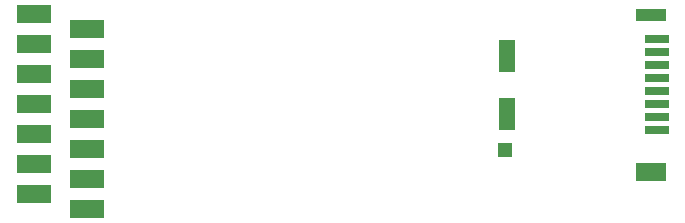
<source format=gbp>
G04*
G04 #@! TF.GenerationSoftware,Altium Limited,Altium Designer,18.1.9 (240)*
G04*
G04 Layer_Color=128*
%FSAX25Y25*%
%MOIN*%
G70*
G01*
G75*
%ADD41R,0.05512X0.10630*%
%ADD42R,0.04724X0.04724*%
%ADD43R,0.10236X0.05906*%
%ADD44R,0.10236X0.03937*%
%ADD45R,0.07874X0.02756*%
%ADD46R,0.11811X0.05906*%
D41*
X0578004Y0402232D02*
D03*
Y0382941D02*
D03*
D42*
X0577610Y0370933D02*
D03*
D43*
X0626035Y0363453D02*
D03*
D44*
Y0416012D02*
D03*
D45*
X0628004Y0407744D02*
D03*
Y0403413D02*
D03*
Y0399083D02*
D03*
Y0394752D02*
D03*
Y0390421D02*
D03*
Y0386091D02*
D03*
Y0381760D02*
D03*
Y0377429D02*
D03*
D46*
X0438189Y0411299D02*
D03*
Y0401299D02*
D03*
Y0391299D02*
D03*
Y0381299D02*
D03*
Y0371299D02*
D03*
Y0361299D02*
D03*
Y0351299D02*
D03*
X0420472Y0416299D02*
D03*
Y0406299D02*
D03*
Y0396299D02*
D03*
Y0386299D02*
D03*
Y0376299D02*
D03*
Y0366299D02*
D03*
Y0356299D02*
D03*
M02*

</source>
